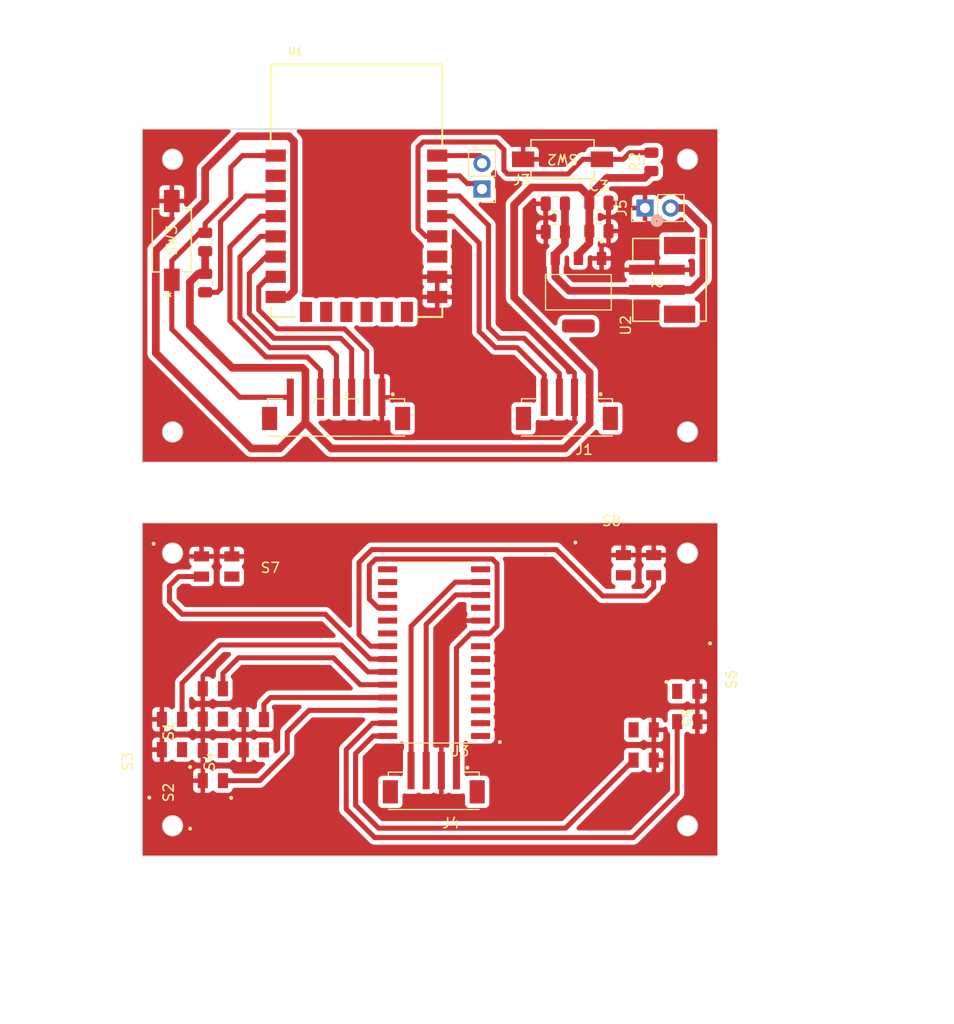
<source format=kicad_pcb>
(kicad_pcb (version 20221018) (generator pcbnew)
  (layers (0 "F.Cu" signal) (31 "B.Cu" signal) (34 "B.Paste" user) (35 "F.Paste" user) (36 "B.SilkS" user "B.Silkscreen") (37 "F.SilkS" user "F.Silkscreen") (38 "B.Mask" user) (39 "F.Mask" user) (44 "Edge.Cuts" user))
  (net 0 "")
  (net 1 "GND")
  (net 2 "VCC")
  (net 3 "/SCK_mcp")
  (net 4 "/SDA_mcp")
  (net 5 "Net-(J1-SHIELD-PadS1)")
  (net 6 "Net-(J3-Pin_1)")
  (net 7 "Net-(J3-Pin_2)")
  (net 8 "/boot")
  (net 9 "Net-(U1-EN)")
  (net 17 "/VIN")
  (net 18 "Net-(J4-SHIELD-PadS1)")
  (net 19 "/RST")
  (net 20 "/CS")
  (net 21 "/SCK_screen")
  (net 22 "/SDA_screen")
  (net 25 "/up")
  (net 26 "/down")
  (net 29 "/left")
  (net 30 "/right")
  (net 31 "/A")
  (net 32 "/B")
  (net 33 "/RL")
  (net 36 "/RR")
  (net 37 "/AO")
  (footprint "Capacitor_SMD:C_0805_2012Metric" (layer "F.Cu") (at 80.9098 32.4015)
    (fp_text reference "C2" hide)
    (fp_text value "C")
    (fp_line (start -0.261252 -0.735) (end 0.261252 -0.735) (stroke (width 0.12)) (layer "F.SilkS"))
    (fp_line (start -0.261252 0.735) (end 0.261252 0.735) (stroke (width 0.12)) (layer "F.SilkS"))
    (pad "1" smd roundrect (at -0.95 0) (size 1 1.45) (layers "F.Cu" "F.Paste" "F.Mask") (net 1 "GND"))
    (pad "2" smd roundrect (at 0.95 0) (size 1 1.45) (layers "F.Cu" "F.Paste" "F.Mask") (net 17 "/VIN"))
  )
  (footprint "esp_lib:JST_B4B-ZR-SM4-TFT_LF__SN_" (layer "F.Cu") (at 82.06 53.562 180)
    (fp_text reference "J1" (at -1.706 -3.2) (layer "F.SilkS"))
    (fp_text value "B4B-ZR-SM4-TFT_LF__SN_" hide)
    (fp_line (start -4.5 -1.85) (end 4.5 -1.85) (stroke (width 0.127)) (layer "F.SilkS"))
    (fp_line (start -4.5 1.4) (end -4.5 1.85) (stroke (width 0.127)) (layer "F.SilkS"))
    (fp_line (start -4.5 1.85) (end -3 1.85) (stroke (width 0.127)) (layer "F.SilkS"))
    (fp_line (start 4.5 1.4) (end 4.5 1.85) (stroke (width 0.127)) (layer "F.SilkS"))
    (fp_line (start 4.5 1.85) (end 3 1.85) (stroke (width 0.127)) (layer "F.SilkS"))
    (fp_circle (center -3.331 2.3) (end -3.231 2.3) (stroke (width 0.2)) (fill none) (layer "F.SilkS"))
    (pad "1" smd rect (at -2.25 2) (size 0.7 3.7) (layers "F.Cu" "F.Paste" "F.Mask") (net 2 "VCC"))
    (pad "2" smd rect (at -0.75 2) (size 0.7 3.7) (layers "F.Cu" "F.Paste" "F.Mask") (net 1 "GND"))
    (pad "3" smd rect (at 0.75 2) (size 0.7 3.7) (layers "F.Cu" "F.Paste" "F.Mask") (net 3 "/SCK_mcp"))
    (pad "4" smd rect (at 2.25 2) (size 0.7 3.7) (layers "F.Cu" "F.Paste" "F.Mask") (net 4 "/SDA_mcp"))
    (pad "S1" smd rect (at 4.3 -0.1) (size 1.5 2.3) (layers "F.Cu" "F.Paste" "F.Mask") (net 5 "Net-(J1-SHIELD-PadS1)"))
    (pad "S2" smd rect (at -4.3 -0.1) (size 1.5 2.3) (layers "F.Cu" "F.Paste" "F.Mask") (net 5 "Net-(J1-SHIELD-PadS1)"))
  )
  (footprint "esp_lib:switch" (layer "F.Cu") (at 42.942 84.963 90)
    (fp_text reference "S3" (at -2.675 -4.385 90) (layer "F.SilkS"))
    (fp_text value "left")
    (fp_circle (center -6.25 -2.25) (end -6.15 -2.25) (stroke (width 0.2)) (fill none) (layer "F.SilkS"))
    (pad "1" smd rect (at -1.5 -1 90) (size 1.5 1) (layers "F.Cu" "F.Paste" "F.Mask") (net 1 "GND"))
    (pad "2" smd rect (at -1.5 1 90) (size 1.5 1) (layers "F.Cu" "F.Paste" "F.Mask"))
    (pad "3" smd rect (at 1.5 -1 90) (size 1.5 1) (layers "F.Cu" "F.Paste" "F.Mask") (net 1 "GND"))
    (pad "4" smd rect (at 1.5 1 90) (size 1.5 1) (layers "F.Cu" "F.Paste" "F.Mask") (net 29 "/left"))
  )
  (footprint "esp_lib:B7B-ZR-SM4-TBLFSN_JST" (layer "F.Cu") (at 59.2332 51.8242 180)
    (fp_text reference "J6" hide)
    (fp_text value "B7B-ZR-SM4-TFT_LF__SN_")
    (fp_line (start -6.75 -3.596) (end 2.25 -3.596) (stroke (width 0.127)) (layer "F.SilkS"))
    (fp_line (start -6.75 -0.346) (end -6.75 0.104) (stroke (width 0.127)) (layer "F.SilkS"))
    (fp_line (start -6.75 0.104) (end -5.25 0.104) (stroke (width 0.127)) (layer "F.SilkS"))
    (fp_line (start -2.178 -3.596) (end 6.822 -3.596) (stroke (width 0.127)) (layer "F.SilkS"))
    (fp_line (start -2.178 -0.346) (end -2.178 0.104) (stroke (width 0.127)) (layer "F.SilkS"))
    (fp_line (start -2.178 0.104) (end -0.678 0.104) (stroke (width 0.127)) (layer "F.SilkS"))
    (fp_line (start 2.25 -0.346) (end 2.25 0.104) (stroke (width 0.127)) (layer "F.SilkS"))
    (fp_line (start 2.25 0.104) (end 0.75 0.104) (stroke (width 0.127)) (layer "F.SilkS"))
    (fp_line (start 6.822 -0.346) (end 6.822 0.104) (stroke (width 0.127)) (layer "F.SilkS"))
    (fp_line (start 6.822 0.104) (end 5.322 0.104) (stroke (width 0.127)) (layer "F.SilkS"))
    (fp_circle (center -5.581 0.554) (end -5.481 0.554) (stroke (width 0.2)) (fill none) (layer "F.SilkS"))
    (fp_circle (center -1.009 0.554) (end -0.909 0.554) (stroke (width 0.2)) (fill none) (layer "F.SilkS"))
    (pad "1" smd rect (at -4.5 0.254) (size 0.7 3.7) (layers "F.Cu" "F.Paste" "F.Mask") (net 1 "GND"))
    (pad "2" smd rect (at -3 0.254) (size 0.7 3.7) (layers "F.Cu" "F.Paste" "F.Mask") (net 21 "/SCK_screen"))
    (pad "3" smd rect (at -1.5 0.254) (size 0.7 3.7) (layers "F.Cu" "F.Paste" "F.Mask") (net 20 "/CS"))
    (pad "4" smd rect (at 0 0.254) (size 0.7 3.7) (layers "F.Cu" "F.Paste" "F.Mask") (net 22 "/SDA_screen"))
    (pad "5" smd rect (at 1.572 0.254) (size 0.7 3.7) (layers "F.Cu" "F.Paste" "F.Mask") (net 37 "/AO"))
    (pad "6" smd rect (at 3.072 0.254) (size 0.7 3.7) (layers "F.Cu" "F.Paste" "F.Mask") (net 2 "VCC"))
    (pad "7" smd rect (at 4.572 0.254) (size 0.7 3.7) (layers "F.Cu" "F.Paste" "F.Mask") (net 19 "/RST"))
    (pad "S1" smd rect (at 6.622 -1.846) (size 1.5 2.3) (layers "F.Cu" "F.Paste" "F.Mask"))
    (pad "S2" smd rect (at -6.55 -1.846) (size 1.5 2.3) (layers "F.Cu" "F.Paste" "F.Mask"))
  )
  (footprint "esp_lib:ESP-12F" (layer "F.Cu") (at 61.214 31.115)
    (fp_text reference "U1" (at -6.03654 -13.788698) (layer "F.SilkS") (effects (font (size 0.700469 0.700469))))
    (fp_text value "ESP-12F")
    (fp_line (start -8.5 -12.5) (end -8.5 -4.5) (stroke (width 0.2)) (layer "F.SilkS"))
    (fp_line (start -8.5 -12.5) (end 8.5 -12.5) (stroke (width 0.2)) (layer "F.SilkS"))
    (fp_line (start -8.5 11.5) (end -8.5 12.5) (stroke (width 0.2)) (layer "F.SilkS"))
    (fp_line (start -8.5 12.5) (end -6 12.5) (stroke (width 0.2)) (layer "F.SilkS"))
    (fp_line (start 8.5 -12.5) (end 8.5 -4.5) (stroke (width 0.2)) (layer "F.SilkS"))
    (fp_line (start 8.5 12.5) (end 6 12.5) (stroke (width 0.2)) (layer "F.SilkS"))
    (fp_line (start 8.5 12.5) (end 8.5 11.5) (stroke (width 0.2)) (layer "F.SilkS"))
    (pad "1" smd rect (at -8 -3.48) (size 2 1.2) (layers "F.Cu" "F.Paste" "F.Mask") (net 19 "/RST"))
    (pad "2" smd rect (at -8 -1.48) (size 2 1.2) (layers "F.Cu" "F.Paste" "F.Mask"))
    (pad "3" smd rect (at -8 0.52) (size 2 1.2) (layers "F.Cu" "F.Paste" "F.Mask") (net 9 "Net-(U1-EN)"))
    (pad "4" smd rect (at -8 2.52) (size 2 1.2) (layers "F.Cu" "F.Paste" "F.Mask") (net 37 "/AO"))
    (pad "5" smd rect (at -8 4.52) (size 2 1.2) (layers "F.Cu" "F.Paste" "F.Mask") (net 22 "/SDA_screen"))
    (pad "6" smd rect (at -8 6.52) (size 2 1.2) (layers "F.Cu" "F.Paste" "F.Mask") (net 20 "/CS"))
    (pad "7" smd rect (at -8 8.52) (size 2 1.2) (layers "F.Cu" "F.Paste" "F.Mask") (net 21 "/SCK_screen"))
    (pad "8" smd rect (at -8 10.52) (size 2 1.2) (layers "F.Cu" "F.Paste" "F.Mask") (net 2 "VCC"))
    (pad "9" smd rect (at -5 12 90) (size 2 1.2) (layers "F.Cu" "F.Paste" "F.Mask"))
    (pad "10" smd rect (at -3 12 90) (size 2 1.2) (layers "F.Cu" "F.Paste" "F.Mask"))
    (pad "11" smd rect (at -1 12 90) (size 2 1.2) (layers "F.Cu" "F.Paste" "F.Mask"))
    (pad "12" smd rect (at 1 12 90) (size 2 1.2) (layers "F.Cu" "F.Paste" "F.Mask"))
    (pad "13" smd rect (at 3 12 90) (size 2 1.2) (layers "F.Cu" "F.Paste" "F.Mask"))
    (pad "14" smd rect (at 5 12 90) (size 2 1.2) (layers "F.Cu" "F.Paste" "F.Mask"))
    (pad "15" smd rect (at 8 10.52) (size 2 1.2) (layers "F.Cu" "F.Paste" "F.Mask") (net 1 "GND"))
    (pad "16" smd rect (at 8 8.52) (size 2 1.2) (layers "F.Cu" "F.Paste" "F.Mask") (net 1 "GND"))
    (pad "17" smd rect (at 8 6.52) (size 2 1.2) (layers "F.Cu" "F.Paste" "F.Mask"))
    (pad "18" smd rect (at 8 4.52) (size 2 1.2) (layers "F.Cu" "F.Paste" "F.Mask") (net 8 "/boot"))
    (pad "19" smd rect (at 8 2.52) (size 2 1.2) (layers "F.Cu" "F.Paste" "F.Mask") (net 4 "/SDA_mcp"))
    (pad "20" smd rect (at 8 0.52) (size 2 1.2) (layers "F.Cu" "F.Paste" "F.Mask") (net 3 "/SCK_mcp"))
    (pad "21" smd rect (at 8 -1.48) (size 2 1.2) (layers "F.Cu" "F.Paste" "F.Mask") (net 6 "Net-(J3-Pin_1)"))
    (pad "22" smd rect (at 8 -3.48) (size 2 1.2) (layers "F.Cu" "F.Paste" "F.Mask") (net 7 "Net-(J3-Pin_2)"))
  )
  (footprint "esp_lib:RS-282G05A3-SM RT_CNK" (layer "F.Cu") (at 42.926 36.031698 90)
    (fp_text reference "SW3" (at 0 0 90 unlocked) (layer "F.SilkS"))
    (fp_text value "RS-282G05A3-SM RT")
    (fp_text user "*" (at -5.3866 0 90 unlocked) (layer "F.SilkS"))
    (fp_text user "*" (at -5.3866 0 90) (layer "F.SilkS"))
    (fp_line (start -3.1242 -1.9304) (end -3.1242 -1.10744) (stroke (width 0.1524)) (layer "F.SilkS"))
    (fp_line (start -3.1242 1.10744) (end -3.1242 1.9304) (stroke (width 0.1524)) (layer "F.SilkS"))
    (fp_line (start -3.1242 1.9304) (end 3.1242 1.9304) (stroke (width 0.1524)) (layer "F.SilkS"))
    (fp_line (start 3.1242 -1.9304) (end -3.1242 -1.9304) (stroke (width 0.1524)) (layer "F.SilkS"))
    (fp_line (start 3.1242 -1.10744) (end 3.1242 -1.9304) (stroke (width 0.1524)) (layer "F.SilkS"))
    (fp_line (start 3.1242 1.9304) (end 3.1242 1.10744) (stroke (width 0.1524)) (layer "F.SilkS"))
    (pad "1" smd rect (at -3.900698 0 90) (size 2.2098 1.5494) (layers "F.Cu" "F.Paste" "F.Mask") (net 19 "/RST"))
    (pad "2" smd rect (at 3.900698 0 90) (size 2.2098 1.5494) (layers "F.Cu" "F.Paste" "F.Mask") (net 1 "GND"))
  )
  (footprint "esp_lib:switch" (layer "F.Cu") (at 89.154 68.199)
    (fp_text reference "S8" (at -2.675 -4.385) (layer "F.SilkS"))
    (fp_text value "RR")
    (fp_circle (center -6.25 -2.25) (end -6.15 -2.25) (stroke (width 0.2)) (fill none) (layer "F.SilkS"))
    (pad "1" smd rect (at -1.5 -1) (size 1.5 1) (layers "F.Cu" "F.Paste" "F.Mask") (net 1 "GND"))
    (pad "2" smd rect (at -1.5 1) (size 1.5 1) (layers "F.Cu" "F.Paste" "F.Mask"))
    (pad "3" smd rect (at 1.5 -1) (size 1.5 1) (layers "F.Cu" "F.Paste" "F.Mask") (net 1 "GND"))
    (pad "4" smd rect (at 1.5 1) (size 1.5 1) (layers "F.Cu" "F.Paste" "F.Mask") (net 36 "/RR"))
  )
  (footprint "esp_lib:switch" (layer "F.Cu") (at 46.99 88.035 90)
    (fp_text reference "S2" (at -2.675 -4.385 90) (layer "F.SilkS"))
    (fp_text value "down")
    (fp_circle (center -6.25 -2.25) (end -6.15 -2.25) (stroke (width 0.2)) (fill none) (layer "F.SilkS"))
    (pad "1" smd rect (at -1.5 -1 90) (size 1.5 1) (layers "F.Cu" "F.Paste" "F.Mask") (net 1 "GND"))
    (pad "2" smd rect (at -1.5 1 90) (size 1.5 1) (layers "F.Cu" "F.Paste" "F.Mask") (net 26 "/down"))
    (pad "3" smd rect (at 1.5 -1 90) (size 1.5 1) (layers "F.Cu" "F.Paste" "F.Mask") (net 1 "GND"))
    (pad "4" smd rect (at 1.5 1 90) (size 1.5 1) (layers "F.Cu" "F.Paste" "F.Mask"))
  )
  (footprint "Resistor_SMD:R_0805_2012Metric" (layer "F.Cu") (at 90.424 28.256 90)
    (fp_text reference "R2" (at 0 -1.65 90) (layer "F.SilkS"))
    (fp_text value "R")
    (fp_line (start -0.227064 -0.735) (end 0.227064 -0.735) (stroke (width 0.12)) (layer "F.SilkS"))
    (fp_line (start -0.227064 0.735) (end 0.227064 0.735) (stroke (width 0.12)) (layer "F.SilkS"))
    (pad "1" smd roundrect (at -0.9125 0 90) (size 1.025 1.4) (layers "F.Cu" "F.Paste" "F.Mask") (roundrect_rratio 0.243902439) (net 2 "VCC"))
    (pad "2" smd roundrect (at 0.9125 0 90) (size 1.025 1.4) (layers "F.Cu" "F.Paste" "F.Mask") (roundrect_rratio 0.243902439) (net 8 "/boot"))
  )
  (footprint "Connector_PinHeader_2.54mm:PinHeader_1x02_P2.54mm_Vertical" (layer "F.Cu") (at 89.7948 32.828 90)
    (fp_text reference "J5" (at 0 -2.33 90) (layer "F.SilkS"))
    (fp_text value "Conn_01x02_Pin")
    (fp_line (start -1.33 -1.33) (end 0 -1.33) (stroke (width 0.12)) (layer "F.SilkS"))
    (fp_line (start -1.33 0) (end -1.33 -1.33) (stroke (width 0.12)) (layer "F.SilkS"))
    (fp_line (start -1.33 1.27) (end -1.33 3.87) (stroke (width 0.12)) (layer "F.SilkS"))
    (fp_line (start -1.33 1.27) (end 1.33 1.27) (stroke (width 0.12)) (layer "F.SilkS"))
    (fp_line (start -1.33 3.87) (end 1.33 3.87) (stroke (width 0.12)) (layer "F.SilkS"))
    (fp_line (start 1.33 1.27) (end 1.33 3.87) (stroke (width 0.12)) (layer "F.SilkS"))
    (pad "1" thru_hole rect (at 0 0 90) (size 1.7 1.7) (drill 1) (layers "*.Cu" "*.Mask") (net 1 "GND"))
    (pad "2" thru_hole oval (at 0 2.54 90) (size 1.7 1.7) (drill 1) (layers "*.Cu" "*.Mask") (net 17 "/VIN"))
  )
  (footprint "Resistor_SMD:R_0805_2012Metric" (layer "F.Cu") (at 46.228 36.195 -90)
    (fp_text reference "R1" hide)
    (fp_text value "R" hide)
    (fp_line (start -0.227064 -0.735) (end 0.227064 -0.735) (stroke (width 0.12)) (layer "F.SilkS"))
    (fp_line (start -0.227064 0.735) (end 0.227064 0.735) (stroke (width 0.12)) (layer "F.SilkS"))
    (pad "1" smd roundrect (at -0.9125 0 270) (size 1.025 1.4) (layers "F.Cu" "F.Paste" "F.Mask") (roundrect_rratio 0.243902439) (net 19 "/RST"))
    (pad "2" smd roundrect (at 0.9125 0 270) (size 1.025 1.4) (layers "F.Cu" "F.Paste" "F.Mask") (roundrect_rratio 0.243902439) (net 2 "VCC"))
  )
  (footprint "esp_lib:MCP23017" (layer "F.Cu") (at 68.9045 76.859 180)
    (fp_text reference "U3" (at -2.475 -9.762) (layer "F.SilkS"))
    (fp_text value "MCP23017-E_SO")
    (fp_line (start -3.75 -8.95) (end 3.75 -8.95) (stroke (width 0.127)) (layer "F.SilkS"))
    (fp_line (start -3.75 8.95) (end 3.75 8.95) (stroke (width 0.127)) (layer "F.SilkS"))
    (fp_circle (center -6.505 -8.855) (end -6.405 -8.855) (stroke (width 0.2)) (fill none) (layer "F.SilkS"))
    (pad "1" smd roundrect (at -4.605 -8.255 180) (size 1.9 0.6) (layers "F.Cu" "F.Paste" "F.Mask") (roundrect_rratio 0.125))
    (pad "2" smd roundrect (at -4.605 -6.985 180) (size 1.9 0.6) (layers "F.Cu" "F.Paste" "F.Mask") (roundrect_rratio 0.125))
    (pad "3" smd roundrect (at -4.605 -5.715 180) (size 1.9 0.6) (layers "F.Cu" "F.Paste" "F.Mask") (roundrect_rratio 0.125))
    (pad "4" smd roundrect (at -4.605 -4.445 180) (size 1.9 0.6) (layers "F.Cu" "F.Paste" "F.Mask") (roundrect_rratio 0.125))
    (pad "5" smd roundrect (at -4.605 -3.175 180) (size 1.9 0.6) (layers "F.Cu" "F.Paste" "F.Mask") (roundrect_rratio 0.125))
    (pad "6" smd roundrect (at -4.605 -1.905 180) (size 1.9 0.6) (layers "F.Cu" "F.Paste" "F.Mask") (roundrect_rratio 0.125))
    (pad "7" smd roundrect (at -4.605 -0.635 180) (size 1.9 0.6) (layers "F.Cu" "F.Paste" "F.Mask") (roundrect_rratio 0.125))
    (pad "8" smd roundrect (at -4.605 0.635 180) (size 1.9 0.6) (layers "F.Cu" "F.Paste" "F.Mask") (roundrect_rratio 0.125))
    (pad "9" smd roundrect (at -4.605 1.905 180) (size 1.9 0.6) (layers "F.Cu" "F.Paste" "F.Mask") (roundrect_rratio 0.125) (net 2 "VCC"))
    (pad "10" smd roundrect (at -4.605 3.175 180) (size 1.9 0.6) (layers "F.Cu" "F.Paste" "F.Mask") (roundrect_rratio 0.125) (net 1 "GND"))
    (pad "11" smd roundrect (at -4.605 4.445 180) (size 1.9 0.6) (layers "F.Cu" "F.Paste" "F.Mask") (roundrect_rratio 0.125))
    (pad "12" smd roundrect (at -4.605 5.715 180) (size 1.9 0.6) (layers "F.Cu" "F.Paste" "F.Mask") (roundrect_rratio 0.125) (net 3 "/SCK_mcp"))
    (pad "13" smd roundrect (at -4.605 6.985 180) (size 1.9 0.6) (layers "F.Cu" "F.Paste" "F.Mask") (roundrect_rratio 0.125) (net 4 "/SDA_mcp"))
    (pad "14" smd roundrect (at -4.605 8.255 180) (size 1.9 0.6) (layers "F.Cu" "F.Paste" "F.Mask") (roundrect_rratio 0.125))
    (pad "15" smd roundrect (at 4.605 8.255 180) (size 1.9 0.6) (layers "F.Cu" "F.Paste" "F.Mask") (roundrect_rratio 0.125))
    (pad "16" smd roundrect (at 4.605 6.985 180) (size 1.9 0.6) (layers "F.Cu" "F.Paste" "F.Mask") (roundrect_rratio 0.125))
    (pad "17" smd roundrect (at 4.605 5.715 180) (size 1.9 0.6) (layers "F.Cu" "F.Paste" "F.Mask") (roundrect_rratio 0.125))
    (pad "18" smd roundrect (at 4.605 4.445 180) (size 1.9 0.6) (layers "F.Cu" "F.Paste" "F.Mask") (roundrect_rratio 0.125) (net 2 "VCC"))
    (pad "19" smd roundrect (at 4.605 3.175 180) (size 1.9 0.6) (layers "F.Cu" "F.Paste" "F.Mask") (roundrect_rratio 0.125))
    (pad "20" smd roundrect (at 4.605 1.905 180) (size 1.9 0.6) (layers "F.Cu" "F.Paste" "F.Mask") (roundrect_rratio 0.125))
    (pad "21" smd roundrect (at 4.605 0.635 180) (size 1.9 0.6) (layers "F.Cu" "F.Paste" "F.Mask") (roundrect_rratio 0.125) (net 36 "/RR"))
    (pad "22" smd roundrect (at 4.605 -0.635 180) (size 1.9 0.6) (layers "F.Cu" "F.Paste" "F.Mask") (roundrect_rratio 0.125) (net 33 "/RL"))
    (pad "23" smd roundrect (at 4.605 -1.905 180) (size 1.9 0.6) (layers "F.Cu" "F.Paste" "F.Mask") (roundrect_rratio 0.125) (net 29 "/left"))
    (pad "24" smd roundrect (at 4.605 -3.175 180) (size 1.9 0.6) (layers "F.Cu" "F.Paste" "F.Mask") (roundrect_rratio 0.125) (net 25 "/up"))
    (pad "25" smd roundrect (at 4.605 -4.445 180) (size 1.9 0.6) (layers "F.Cu" "F.Paste" "F.Mask") (roundrect_rratio 0.125) (net 30 "/right"))
    (pad "26" smd roundrect (at 4.605 -5.715 180) (size 1.9 0.6) (layers "F.Cu" "F.Paste" "F.Mask") (roundrect_rratio 0.125) (net 26 "/down"))
    (pad "27" smd roundrect (at 4.605 -6.985 180) (size 1.9 0.6) (layers "F.Cu" "F.Paste" "F.Mask") (roundrect_rratio 0.125) (net 32 "/B"))
    (pad "28" smd roundrect (at 4.605 -8.255 180) (size 1.9 0.6) (layers "F.Cu" "F.Paste" "F.Mask") (roundrect_rratio 0.125) (net 31 "/A"))
  )
  (footprint "Capacitor_SMD:C_0805_2012Metric" (layer "F.Cu") (at 85.2278 32.32)
    (fp_text reference "C3" (at 0 -1.68) (layer "F.SilkS"))
    (fp_text value "C")
    (fp_line (start -0.261252 -0.735) (end 0.261252 -0.735) (stroke (width 0.12)) (layer "F.SilkS"))
    (fp_line (start -0.261252 0.735) (end 0.261252 0.735) (stroke (width 0.12)) (layer "F.SilkS"))
    (pad "1" smd roundrect (at -0.95 0) (size 1 1.45) (layers "F.Cu" "F.Paste" "F.Mask") (net 2 "VCC"))
    (pad "2" smd roundrect (at 0.95 0) (size 1 1.45) (layers "F.Cu" "F.Paste" "F.Mask") (net 1 "GND"))
  )
  (footprint "esp_lib:switch" (layer "F.Cu") (at 51.054 84.987 90)
    (fp_text reference "S4" (at -2.675 -4.385 90) (layer "F.SilkS"))
    (fp_text value "right")
    (fp_circle (center -6.25 -2.25) (end -6.15 -2.25) (stroke (width 0.2)) (fill none) (layer "F.SilkS"))
    (pad "1" smd rect (at -1.5 -1 90) (size 1.5 1) (layers "F.Cu" "F.Paste" "F.Mask") (net 1 "GND"))
    (pad "2" smd rect (at -1.5 1 90) (size 1.5 1) (layers "F.Cu" "F.Paste" "F.Mask"))
    (pad "3" smd rect (at 1.5 -1 90) (size 1.5 1) (layers "F.Cu" "F.Paste" "F.Mask") (net 1 "GND"))
    (pad "4" smd rect (at 1.5 1 90) (size 1.5 1) (layers "F.Cu" "F.Paste" "F.Mask") (net 30 "/right"))
  )
  (footprint "esp_lib:SOT229P700X180-4N" (layer "F.Cu") (at 83.1958 41.1645 -90)
    (fp_text reference "U2" (at 3.2755 -4.695 90) (layer "F.SilkS"))
    (fp_text value "AMS1117-3.3" hide)
    (fp_line (start -1.7525 -3.2525) (end 1.7525 -3.2525) (stroke (width 0.127)) (layer "F.SilkS"))
    (fp_line (start -1.7525 3.2525) (end -1.7525 -3.2525) (stroke (width 0.127)) (layer "F.SilkS"))
    (fp_line (start 1.7525 -3.2525) (end 1.7525 3.2525) (stroke (width 0.127)) (layer "F.SilkS"))
    (fp_line (start 1.7525 3.2525) (end -1.7525 3.2525) (stroke (width 0.127)) (layer "F.SilkS"))
    (fp_circle (center -5 -2.29) (end -4.9 -2.29) (stroke (width 0.2)) (fill none) (layer "F.SilkS"))
    (pad "1" smd roundrect (at -3.345 -2.29 270) (size 1.31 0.93) (layers "F.Cu" "F.Paste" "F.Mask") (roundrect_rratio 0.07) (net 1 "GND"))
    (pad "2" smd roundrect (at -3.345 0 270) (size 1.31 0.93) (layers "F.Cu" "F.Paste" "F.Mask") (roundrect_rratio 0.07) (net 2 "VCC"))
    (pad "3" smd roundrect (at -3.345 2.29 270) (size 1.31 0.93) (layers "F.Cu" "F.Paste" "F.Mask") (roundrect_rratio 0.07) (net 17 "/VIN"))
    (pad "4" smd roundrect (at 3.345 0 270) (size 1.31 3.24) (layers "F.Cu" "F.Paste" "F.Mask") (roundrect_rratio 0.24))
  )
  (footprint "esp_lib:switch" (layer "F.Cu") (at 89.662 86.003 -90)
    (fp_text reference "S5" (at -2.675 -4.385 90) (layer "F.SilkS"))
    (fp_text value "A")
    (fp_circle (center -6.25 -2.25) (end -6.15 -2.25) (stroke (width 0.2)) (fill none) (layer "F.SilkS"))
    (pad "1" smd rect (at -1.5 -1 270) (size 1.5 1) (layers "F.Cu" "F.Paste" "F.Mask") (net 1 "GND"))
    (pad "2" smd rect (at -1.5 1 270) (size 1.5 1) (layers "F.Cu" "F.Paste" "F.Mask"))
    (pad "3" smd rect (at 1.5 -1 270) (size 1.5 1) (layers "F.Cu" "F.Paste" "F.Mask") (net 1 "GND"))
    (pad "4" smd rect (at 1.5 1 270) (size 1.5 1) (layers "F.Cu" "F.Paste" "F.Mask") (net 31 "/A"))
  )
  (footprint "esp_lib:switch" (layer "F.Cu") (at 93.98 82.193 -90)
    (fp_text reference "S6" (at -2.675 -4.385 90) (layer "F.SilkS"))
    (fp_text value "B")
    (fp_circle (center -6.25 -2.25) (end -6.15 -2.25) (stroke (width 0.2)) (fill none) (layer "F.SilkS"))
    (pad "1" smd rect (at -1.5 -1 270) (size 1.5 1) (layers "F.Cu" "F.Paste" "F.Mask") (net 1 "GND"))
    (pad "2" smd rect (at -1.5 1 270) (size 1.5 1) (layers "F.Cu" "F.Paste" "F.Mask"))
    (pad "3" smd rect (at 1.5 -1 270) (size 1.5 1) (layers "F.Cu" "F.Paste" "F.Mask") (net 1 "GND"))
    (pad "4" smd rect (at 1.5 1 270) (size 1.5 1) (layers "F.Cu" "F.Paste" "F.Mask") (net 32 "/B"))
  )
  (footprint "Capacitor_SMD:C_0805_2012Metric" (layer "F.Cu") (at 85.2278 35.114)
    (fp_text reference "C4" hide)
    (fp_text value "C")
    (fp_line (start -0.261252 -0.735) (end 0.261252 -0.735) (stroke (width 0.12)) (layer "F.SilkS"))
    (fp_line (start -0.261252 0.735) (end 0.261252 0.735) (stroke (width 0.12)) (layer "F.SilkS"))
    (pad "1" smd roundrect (at -0.95 0) (size 1 1.45) (layers "F.Cu" "F.Paste" "F.Mask") (net 2 "VCC"))
    (pad "2" smd roundrect (at 0.95 0) (size 1 1.45) (layers "F.Cu" "F.Paste" "F.Mask") (net 1 "GND"))
  )
  (footprint "esp_lib:B2B-PH-SM4-TBLFSN_JST" (layer "F.Cu") (at 92.2128 39.94 -90)
    (fp_text reference "J2" (at 0 1.244801 -90 unlocked) (layer "F.SilkS"))
    (fp_text value "B2B-PH-SM4-TBLFSN")
    (fp_circle (center -5.8801 1.244801) (end -5.4991 1.244801) (stroke (width 0.508)) (fill none) (layer "B.SilkS"))
    (fp_line (start -4.1021 -3.6322) (end -4.1021 -2.88734) (stroke (width 0.1524)) (layer "F.SilkS"))
    (fp_line (start -4.1021 0.87694) (end -4.1021 3.6322) (stroke (width 0.1524)) (layer "F.SilkS"))
    (fp_line (start -4.1021 3.6322) (end -1.828041 3.6322) (stroke (width 0.1524)) (layer "F.SilkS"))
    (fp_line (start -0.171961 3.6322) (end 0.171961 3.6322) (stroke (width 0.1524)) (layer "F.SilkS"))
    (fp_line (start 1.828041 3.6322) (end 4.1021 3.6322) (stroke (width 0.1524)) (layer "F.SilkS"))
    (fp_line (start 4.1021 -3.6322) (end -4.1021 -3.6322) (stroke (width 0.1524)) (layer "F.SilkS"))
    (fp_line (start 4.1021 -2.88734) (end 4.1021 -3.6322) (stroke (width 0.1524)) (layer "F.SilkS"))
    (fp_line (start 4.1021 3.6322) (end 4.1021 0.87694) (stroke (width 0.1524)) (layer "F.SilkS"))
    (fp_circle (center -5.8801 1.244801) (end -5.4991 1.244801) (stroke (width 0.508)) (fill none) (layer "F.SilkS"))
    (pad "1" smd rect (at -1.000001 1.244801 270) (size 0.9906 5.5118) (layers "F.Cu" "F.Paste" "F.Mask") (net 1 "GND"))
    (pad "2" smd rect (at 1.000001 1.244801 270) (size 0.9906 5.5118) (layers "F.Cu" "F.Paste" "F.Mask") (net 17 "/VIN"))
    (pad "3" smd rect (at -3.399998 -1.0052) (size 3.0988 1.7018) (layers "F.Cu" "F.Paste" "F.Mask"))
    (pad "4" smd rect (at 3.399998 -1.0052) (size 3.0988 1.7018) (layers "F.Cu" "F.Paste" "F.Mask"))
  )
  (footprint "esp_lib:switch" (layer "F.Cu") (at 46.99 81.939 90)
    (fp_text reference "S1" (at -2.675 -4.385 90) (layer "F.SilkS"))
    (fp_text value "up")
    (fp_circle (center -6.25 -2.25) (end -6.15 -2.25) (stroke (width 0.2)) (fill none) (layer "F.SilkS"))
    (pad "1" smd rect (at -1.5 -1 90) (size 1.5 1) (layers "F.Cu" "F.Paste" "F.Mask") (net 1 "GND"))
    (pad "2" smd rect (at -1.5 1 90) (size 1.5 1) (layers "F.Cu" "F.Paste" "F.Mask"))
    (pad "3" smd rect (at 1.5 -1 90) (size 1.5 1) (layers "F.Cu" "F.Paste" "F.Mask") (net 1 "GND"))
    (pad "4" smd rect (at 1.5 1 90) (size 1.5 1) (layers "F.Cu" "F.Paste" "F.Mask") (net 25 "/up"))
  )
  (footprint "Capacitor_SMD:C_0805_2012Metric" (layer "F.Cu") (at 80.9098 35.1955)
    (fp_text reference "C1" hide)
    (fp_text value "C")
    (fp_line (start -0.261252 -0.735) (end 0.261252 -0.735) (stroke (width 0.12)) (layer "F.SilkS"))
    (fp_line (start -0.261252 0.735) (end 0.261252 0.735) (stroke (width 0.12)) (layer "F.SilkS"))
    (pad "1" smd roundrect (at -0.95 0) (size 1 1.45) (layers "F.Cu" "F.Paste" "F.Mask") (net 1 "GND"))
    (pad "2" smd roundrect (at 0.95 0) (size 1 1.45) (layers "F.Cu" "F.Paste" "F.Mask") (net 17 "/VIN"))
  )
  (footprint "Resistor_SMD:R_0805_2012Metric" (layer "F.Cu") (at 46.228 40.259 90)
    (fp_text reference "R4" hide)
    (fp_text value "R" hide)
    (fp_line (start -0.227064 -0.735) (end 0.227064 -0.735) (stroke (width 0.12)) (layer "F.SilkS"))
    (fp_line (start -0.227064 0.735) (end 0.227064 0.735) (stroke (width 0.12)) (layer "F.SilkS"))
    (pad "1" smd roundrect (at -0.9125 0 90) (size 1.025 1.4) (layers "F.Cu" "F.Paste" "F.Mask") (roundrect_rratio 0.243902439) (net 9 "Net-(U1-EN)"))
    (pad "2" smd roundrect (at 0.9125 0 90) (size 1.025 1.4) (layers "F.Cu" "F.Paste" "F.Mask") (roundrect_rratio 0.243902439) (net 2 "VCC"))
  )
  (footprint "esp_lib:RS-282G05A3-SM RT_CNK" (layer "F.Cu") (at 81.624698 28.002 180)
    (fp_text reference "SW2" (at 0 0 180 unlocked) (layer "F.SilkS"))
    (fp_text value "RS-282G05A3-SM RT")
    (fp_line (start -3.1242 -1.9304) (end -3.1242 -1.10744) (stroke (width 0.1524)) (layer "F.SilkS"))
    (fp_line (start -3.1242 1.10744) (end -3.1242 1.9304) (stroke (width 0.1524)) (layer "F.SilkS"))
    (fp_line (start -3.1242 1.9304) (end 3.1242 1.9304) (stroke (width 0.1524)) (layer "F.SilkS"))
    (fp_line (start 3.1242 -1.9304) (end -3.1242 -1.9304) (stroke (width 0.1524)) (layer "F.SilkS"))
    (fp_line (start 3.1242 -1.10744) (end 3.1242 -1.9304) (stroke (width 0.1524)) (layer "F.SilkS"))
    (fp_line (start 3.1242 1.9304) (end 3.1242 1.10744) (stroke (width 0.1524)) (layer "F.SilkS"))
    (pad "1" smd rect (at -3.900698 0 180) (size 2.2098 1.5494) (layers "F.Cu" "F.Paste" "F.Mask") (net 8 "/boot"))
    (pad "2" smd rect (at 3.900698 0 180) (size 2.2098 1.5494) (layers "F.Cu" "F.Paste" "F.Mask") (net 1 "GND"))
  )
  (footprint "esp_lib:JST_B4B-ZR-SM4-TFT_LF__SN_" (layer "F.Cu") (at 68.87 90.543 180)
    (fp_text reference "J4" (at -1.706 -3.2) (layer "F.SilkS"))
    (fp_text value "B4B-ZR-SM4-TFT_LF__SN_" hide)
    (fp_line (start -4.5 -1.85) (end 4.5 -1.85) (stroke (width 0.127)) (layer "F.SilkS"))
    (fp_line (start -4.5 1.4) (end -4.5 1.85) (stroke (width 0.127)) (layer "F.SilkS"))
    (fp_line (start -4.5 1.85) (end -3 1.85) (stroke (width 0.127)) (layer "F.SilkS"))
    (fp_line (start 4.5 1.4) (end 4.5 1.85) (stroke (width 0.127)) (layer "F.SilkS"))
    (fp_line (start 4.5 1.85) (end 3 1.85) (stroke (width 0.127)) (layer "F.SilkS"))
    (fp_circle (center -3.331 2.3) (end -3.231 2.3) (stroke (width 0.2)) (fill none) (layer "F.SilkS"))
    (pad "1" smd rect (at -2.25 2) (size 0.7 3.7) (layers "F.Cu" "F.Paste" "F.Mask") (net 2 "VCC"))
    (pad "2" smd rect (at -0.75 2) (size 0.7 3.7) (layers "F.Cu" "F.Paste" "F.Mask") (net 1 "GND"))
    (pad "3" smd rect (at 0.75 2) (size 0.7 3.7) (layers "F.Cu" "F.Paste" "F.Mask") (net 3 "/SCK_mcp"))
    (pad "4" smd rect (at 2.25 2) (size 0.7 3.7) (layers "F.Cu" "F.Paste" "F.Mask") (net 4 "/SDA_mcp"))
    (pad "S1" smd rect (at 4.3 -0.1) (size 1.5 2.3) (layers "F.Cu" "F.Paste" "F.Mask") (net 18 "Net-(J4-SHIELD-PadS1)"))
    (pad "S2" smd rect (at -4.3 -0.1) (size 1.5 2.3) (layers "F.Cu" "F.Paste" "F.Mask") (net 18 "Net-(J4-SHIELD-PadS1)"))
  )
  (footprint "Connector_PinHeader_2.54mm:PinHeader_1x02_P2.54mm_Vertical" (layer "F.Cu") (at 73.647968 30.944 180)
    (fp_text reference "J3" (at -3.937 0.889 180) (layer "F.SilkS"))
    (fp_text value "Conn_01x02_Pin" hide)
    (fp_line (start -1.33 -1.33) (end 0 -1.33) (stroke (width 0.12)) (layer "F.SilkS"))
    (fp_line (start -1.33 0) (end -1.33 -1.33) (stroke (width 0.12)) (layer "F.SilkS"))
    (fp_line (start -1.33 1.27) (end -1.33 3.87) (stroke (width 0.12)) (layer "F.SilkS"))
    (fp_line (start -1.33 1.27) (end 1.33 1.27) (stroke (width 0.12)) (layer "F.SilkS"))
    (fp_line (start -1.33 3.87) (end 1.33 3.87) (stroke (width 0.12)) (layer "F.SilkS"))
    (fp_line (start 1.33 1.27) (end 1.33 3.87) (stroke (width 0.12)) (layer "F.SilkS"))
    (pad "1" thru_hole rect (at 0 0 180) (size 1.7 1.7) (drill 1) (layers "*.Cu" "*.Mask") (net 6 "Net-(J3-Pin_1)"))
    (pad "2" thru_hole oval (at 0 2.54 180) (size 1.7 1.7) (drill 1) (layers "*.Cu" "*.Mask") (net 7 "Net-(J3-Pin_2)"))
  )
  (footprint "esp_lib:switch" (layer "F.Cu") (at 47.371 68.326)
    (fp_text reference "S7" (at 5.31 0.129) (layer "F.SilkS"))
    (fp_text value "RL")
    (fp_circle (center -6.25 -2.25) (end -6.15 -2.25) (stroke (width 0.2)) (fill none) (layer "F.SilkS"))
    (pad "1" smd rect (at -1.5 -1) (size 1.5 1) (layers "F.Cu" "F.Paste" "F.Mask") (net 1 "GND"))
    (pad "2" smd rect (at -1.5 1) (size 1.5 1) (layers "F.Cu" "F.Paste" "F.Mask") (net 33 "/RL"))
    (pad "3" smd rect (at 1.5 -1) (size 1.5 1) (layers "F.Cu" "F.Paste" "F.Mask") (net 1 "GND"))
    (pad "4" smd rect (at 1.5 1) (size 1.5 1) (layers "F.Cu" "F.Paste" "F.Mask"))
  )
  (gr_circle (center 94 67) (end 95 67) (stroke (width 0.1)) (fill none) (layer "Edge.Cuts"))
  (gr_circle (center 43 28) (end 44 28) (stroke (width 0.1)) (fill none) (layer "Edge.Cuts"))
  (gr_rect (start 40 64) (end 97 97) (stroke (width 0.1)) (fill none) (layer "Edge.Cuts"))
  (gr_circle (center 94 55) (end 95 55) (stroke (width 0.1)) (fill none) (layer "Edge.Cuts"))
  (gr_circle (center 94 94) (end 95 94) (stroke (width 0.1)) (fill none) (layer "Edge.Cuts"))
  (gr_circle (center 43 94) (end 44 94) (stroke (width 0.1)) (fill none) (layer "Edge.Cuts"))
  (gr_circle (center 43 67) (end 44 67) (stroke (width 0.1)) (fill none) (layer "Edge.Cuts"))
  (gr_circle (center 94 28) (end 95 28) (stroke (width 0.1)) (fill none) (layer "Edge.Cuts"))
  (gr_circle (center 43 55) (end 44 55) (stroke (width 0.1)) (fill none) (layer "Edge.Cuts"))
  (gr_rect (start 40 25) (end 97 58) (stroke (width 0.1)) (fill none) (layer "Edge.Cuts"))
  (segment (start 79.9598 32.4015) (end 79.9598 35.1955) (width 0.5) (layer "F.Cu") (net 1))
  (segment (start 86.1778 32.32) (end 86.1778 35.114) (width 0.5) (layer "F.Cu") (net 1))
  (segment (start 46.228 37.3615) (end 46.228 39.0925) (width 0.762) (layer "F.Cu") (net 2))
  (segment (start 84.2778 31.6998) (end 83.374 30.796) (width 0.762) (layer "F.Cu") (net 2))
  (segment (start 84.31 49.131) (end 84.31 51.24) (width 0.762) (layer "F.Cu") (net 2))
  (segment (start 46.228 32.131) (end 41.3403 37.0187) (width 0.762) (layer "F.Cu") (net 2))
  (segment (start 86.0278 29.845) (end 89.7475 29.845) (width 0.762) (layer "F.Cu") (net 2))
  (segment (start 71.12 76.393501) (end 71.12 88.543) (width 0.5) (layer "F.Cu") (net 2))
  (segment (start 50.8 56.642) (end 53.594 56.642) (width 0.762) (layer "F.Cu") (net 2))
  (segment (start 74.40931 74.954) (end 73.5095 74.954) (width 0.5) (layer "F.Cu") (net 2))
  (segment (start 46.228 39.3465) (end 45.528 39.3465) (width 0.762) (layer "F.Cu") (net 2))
  (segment (start 58.7284 56.642) (end 81.842 56.642) (width 0.762) (layer "F.Cu") (net 2))
  (segment (start 56.1612 54.0748) (end 56.1612 51.5702) (width 0.762) (layer "F.Cu") (net 2))
  (segment (start 74.66331 67.588) (end 75.1395 68.06419) (width 0.5) (layer "F.Cu") (net 2))
  (segment (start 84.2778 36.318) (end 84.2778 35.114) (width 0.762) (layer "F.Cu") (net 2))
  (segment (start 56.1612 54.0748) (end 58.7284 56.642) (width 0.762) (layer "F.Cu") (net 2))
  (segment (start 84.31 54.174) (end 84.31 51.562) (width 0.762) (layer "F.Cu") (net 2))
  (segment (start 89.7475 29.845) (end 90.424 29.1685) (width 0.762) (layer "F.Cu") (net 2))
  (segment (start 46.482 37.1075) (end 46.228 37.3615) (width 0.762) (layer "F.Cu") (net 2))
  (segment (start 44.717 44.463) (end 48.9 48.646) (width 0.762) (layer "F.Cu") (net 2))
  (segment (start 83.1958 37.4) (end 84.2778 36.318) (width 0.762) (layer "F.Cu") (net 2))
  (segment (start 44.717 40.1575) (end 44.717 44.463) (width 0.762) (layer "F.Cu") (net 2))
  (segment (start 83.1958 37.8195) (end 83.1958 37.4) (width 0.762) (layer "F.Cu") (net 2))
  (segment (start 48.9 48.646) (end 55.849 48.646) (width 0.762) (layer "F.Cu") (net 2))
  (segment (start 53.594 56.642) (end 56.1612 54.0748) (width 0.762) (layer "F.Cu") (net 2))
  (segment (start 75.1395 74.22381) (end 74.40931 74.954) (width 0.5) (layer "F.Cu") (net 2))
  (segment (start 78.551 30.796) (end 76.835 32.512) (width 0.762) (layer "F.Cu") (net 2))
  (segment (start 63.119 67.588) (end 74.66331 67.588) (width 0.5) (layer "F.Cu") (net 2))
  (segment (start 54.517 25.716) (end 49.53 25.716) (width 0.762) (layer "F.Cu") (net 2))
  (segment (start 75.1395 68.06419) (end 75.1395 74.22381) (width 0.5) (layer "F.Cu") (net 2))
  (segment (start 73.5095 74.954) (end 72.559501 74.954) (width 0.5) (layer "F.Cu") (net 2))
  (segment (start 84.2778 32.32) (end 84.2778 31.6998) (width 0.762) (layer "F.Cu") (net 2))
  (segment (start 46.228 29.018) (end 46.228 32.131) (width 0.762) (layer "F.Cu") (net 2))
  (segment (start 84.2778 32.32) (end 84.2778 31.595) (width 0.762) (layer "F.Cu") (net 2))
  (segment (start 62.484 68.223) (end 63.119 67.588) (width 0.5) (layer "F.Cu") (net 2))
  (segment (start 54.436 41.635) (end 55.025 41.046) (width 0.762) (layer "F.Cu") (net 2))
  (segment (start 76.835 32.512) (end 76.835 41.656) (width 0.762) (layer "F.Cu") (net 2))
  (segment (start 84.2778 31.595) (end 86.0278 29.845) (width 0.762) (layer "F.Cu") (net 2))
  (segment (start 55.849 48.646) (end 56.1612 48.9582) (width 0.762) (layer "F.Cu") (net 2))
  (segment (start 45.528 39.3465) (end 44.717 40.1575) (width 0.762) (layer "F.Cu") (net 2))
  (segment (start 56.1612 48.9582) (end 56.1612 51.5702) (width 0.762) (layer "F.Cu") (net 2))
  (segment (start 53.214 41.635) (end 54.436 41.635) (width 0.762) (layer "F.Cu") (net 2))
  (segment (start 63.349501 72.414) (end 62.484 71.548499) (width 0.5) (layer "F.Cu") (net 2))
  (segment (start 41.3403 37.0187) (end 41.3403 47.1823) (width 0.762) (layer "F.Cu") (net 2))
  (segment (start 41.3403 47.1823) (end 50.8 56.642) (width 0.762) (layer "F.Cu") (net 2))
  (segment (start 81.842 56.642) (end 84.31 54.174) (width 0.762) (layer "F.Cu") (net 2))
  (segment (start 64.2995 72.414) (end 63.349501 72.414) (width 0.5) (layer "F.Cu") (net 2))
  (segment (start 55.025 26.224) (end 54.517 25.716) (width 0.762) (layer "F.Cu") (net 2))
  (segment (start 49.53 25.716) (end 46.228 29.018) (width 0.762) (layer "F.Cu") (net 2))
  (segment (start 55.025 41.046) (end 55.025 26.224) (width 0.762) (layer "F.Cu") (net 2))
  (segment (start 76.835 41.656) (end 84.31 49.131) (width 0.762) (layer "F.Cu") (net 2))
  (segment (start 46.228 39.0925) (end 46.482 39.3465) (width 0.762) (layer "F.Cu") (net 2))
  (segment (start 62.484 71.548499) (end 62.484 68.223) (width 0.5) (layer "F.Cu") (net 2))
  (segment (start 84.2778 32.32) (end 84.2778 35.114) (width 0.762) (layer "F.Cu") (net 2))
  (segment (start 72.559501 74.954) (end 71.12 76.393501) (width 0.5) (layer "F.Cu") (net 2))
  (segment (start 83.374 30.796) (end 78.551 30.796) (width 0.762) (layer "F.Cu") (net 2))
  (segment (start 72.604719 71.144) (end 73.5095 71.144) (width 0.5) (layer "F.Cu") (net 3))
  (segment (start 68.12 74.062218) (end 71.038218 71.144) (width 0.5) (layer "F.Cu") (net 3))
  (segment (start 75.356218 45.72) (end 74.295 44.658782) (width 0.5) (layer "F.Cu") (net 3))
  (segment (start 68.12 88.543) (end 68.12 74.062218) (width 0.5) (layer "F.Cu") (net 3))
  (segment (start 77.818 45.72) (end 75.356218 45.72) (width 0.5) (layer "F.Cu") (net 3))
  (segment (start 81.31 49.212) (end 77.818 45.72) (width 0.5) (layer "F.Cu") (net 3))
  (segment (start 74.295 44.658782) (end 74.295 34.544) (width 0.5) (layer "F.Cu") (net 3))
  (segment (start 71.386 31.635) (end 69.214 31.635) (width 0.5) (layer "F.Cu") (net 3))
  (segment (start 81.31 51.562) (end 81.31 49.212) (width 0.5) (layer "F.Cu") (net 3))
  (segment (start 74.295 34.544) (end 71.386 31.635) (width 0.5) (layer "F.Cu") (net 3))
  (segment (start 71.038218 71.144) (end 73.5095 71.144) (width 0.5) (layer "F.Cu") (net 3))
  (segment (start 70.714 33.635) (end 73.365 36.286) (width 0.5) (layer "F.Cu") (net 4))
  (segment (start 66.62 88.543) (end 66.62 74.247) (width 0.5) (layer "F.Cu") (net 4))
  (segment (start 66.62 74.247) (end 70.993 69.874) (width 0.5) (layer "F.Cu") (net 4))
  (segment (start 73.365 36.286) (end 73.365 45.044) (width 0.5) (layer "F.Cu") (net 4))
  (segment (start 73.365 45.044) (end 74.971 46.65) (width 0.5) (layer "F.Cu") (net 4))
  (segment (start 77.13 46.65) (end 79.81 49.33) (width 0.5) (layer "F.Cu") (net 4))
  (segment (start 79.81 49.33) (end 79.81 51.562) (width 0.5) (layer "F.Cu") (net 4))
  (segment (start 74.971 46.65) (end 77.13 46.65) (width 0.5) (layer "F.Cu") (net 4))
  (segment (start 69.214 33.635) (end 69.423 33.844) (width 0.5) (layer "F.Cu") (net 4))
  (segment (start 69.214 33.635) (end 70.714 33.635) (width 0.5) (layer "F.Cu") (net 4))
  (segment (start 70.993 69.874) (end 73.5095 69.874) (width 0.5) (layer "F.Cu") (net 4))
  (segment (start 71.418 29.635) (end 72.187 30.404) (width 0.5) (layer "F.Cu") (net 6))
  (segment (start 72.187 30.404) (end 73.66 30.404) (width 0.5) (layer "F.Cu") (net 6))
  (segment (start 69.214 29.635) (end 71.418 29.635) (width 0.5) (layer "F.Cu") (net 6))
  (segment (start 69.214 27.635) (end 73.431 27.635) (width 0.5) (layer "F.Cu") (net 7))
  (segment (start 73.431 27.635) (end 73.66 27.864) (width 0.5) (layer "F.Cu") (net 7))
  (segment (start 69.443 27.864) (end 69.214 27.635) (width 0.5) (layer "F.Cu") (net 7))
  (segment (start 75.057 26.289) (end 75.819 27.051) (width 0.5) (layer "F.Cu") (net 8))
  (segment (start 87.63 28.002) (end 88.2885 27.3435) (width 0.5) (layer "F.Cu") (net 8))
  (segment (start 85.525396 28.002) (end 87.63 28.002) (width 0.5) (layer "F.Cu") (net 8))
  (segment (start 82.1763 29.4567) (end 83.631 28.002) (width 0.5) (layer "F.Cu") (net 8))
  (segment (start 75.819 29.083) (end 76.1927 29.4567) (width 0.5) (layer "F.Cu") (net 8))
  (segment (start 88.2885 27.3435) (end 90.424 27.3435) (width 0.5) (layer "F.Cu") (net 8))
  (segment (start 67.31 34.86) (end 67.31 26.797) (width 0.5) (layer "F.Cu") (net 8))
  (segment (start 69.214 35.635) (end 68.085 35.635) (width 0.5) (layer "F.Cu") (net 8))
  (segment (start 67.818 26.289) (end 75.057 26.289) (width 0.5) (layer "F.Cu") (net 8))
  (segment (start 68.085 35.635) (end 67.31 34.86) (width 0.5) (layer "F.Cu") (net 8))
  (segment (start 75.819 27.051) (end 75.819 29.083) (width 0.5) (layer "F.Cu") (net 8))
  (segment (start 83.631 28.002) (end 85.525396 28.002) (width 0.5) (layer "F.Cu") (net 8))
  (segment (start 67.31 26.797) (end 67.818 26.289) (width 0.5) (layer "F.Cu") (net 8))
  (segment (start 76.1927 29.4567) (end 82.1763 29.4567) (width 0.5) (layer "F.Cu") (net 8))
  (segment (start 47.752 40.8555) (end 47.436 41.1715) (width 0.5) (layer "F.Cu") (net 9))
  (segment (start 53.214 31.635) (end 50.28 31.635) (width 0.5) (layer "F.Cu") (net 9))
  (segment (start 50.28 31.635) (end 47.752 34.163) (width 0.5) (layer "F.Cu") (net 9))
  (segment (start 47.436 41.1715) (end 46.228 41.1715) (width 0.5) (layer "F.Cu") (net 9))
  (segment (start 47.752 34.163) (end 47.752 40.8555) (width 0.5) (layer "F.Cu") (net 9))
  (segment (start 93.7368 32.828) (end 92.3348 32.828) (width 0.762) (layer "F.Cu") (net 17))
  (segment (start 90.887 41.021) (end 90.967999 40.940001) (width 0.762) (layer "F.Cu") (net 17))
  (segment (start 94.387799 40.940001) (end 90.967999 40.940001) (width 0.762) (layer "F.Cu") (net 17))
  (segment (start 95.5784 39.7494) (end 95.5784 34.6696) (width 0.762) (layer "F.Cu") (net 17))
  (segment (start 80.9058 39.6308) (end 82.296 41.021) (width 0.762) (layer "F.Cu") (net 17))
  (segment (start 82.296 41.021) (end 90.887 41.021) (width 0.762) (layer "F.Cu") (net 17))
  (segment (start 81.8598 32.4015) (end 81.8598 35.1955) (width 0.762) (layer "F.Cu") (net 17))
  (segment (start 95.5784 34.6696) (end 93.7368 32.828) (width 0.762) (layer "F.Cu") (net 17))
  (segment (start 80.9058 37.8195) (end 80.9058 37.404) (width 0.762) (layer "F.Cu") (net 17))
  (segment (start 81.8598 36.45) (end 81.8598 35.1955) (width 0.762) (layer "F.Cu") (net 17))
  (segment (start 80.9058 37.404) (end 81.8598 36.45) (width 0.762) (layer "F.Cu") (net 17))
  (segment (start 80.9058 37.8195) (end 80.9058 39.6308) (width 0.762) (layer "F.Cu") (net 17))
  (segment (start 94.387799 40.940001) (end 95.5784 39.7494) (width 0.762) (layer "F.Cu") (net 17))
  (segment (start 46.228 34.371781) (end 46.228 34.544) (width 0.5) (layer "F.Cu") (net 19))
  (segment (start 48.768 28.795634) (end 48.768 31.831781) (width 0.5) (layer "F.Cu") (net 19))
  (segment (start 51.706 27.635) (end 53.214 27.635) (width 0.508) (layer "F.Cu") (net 19))
  (segment (start 49.6652 51.5702) (end 42.926 44.831) (width 0.5) (layer "F.Cu") (net 19))
  (segment (start 45.6925 35.2825) (end 46.228 35.2825) (width 0.5) (layer "F.Cu") (net 19))
  (segment (start 42.926 38.049) (end 45.6925 35.2825) (width 0.5) (layer "F.Cu") (net 19))
  (segment (start 51.706 27.635) (end 49.928634 27.635) (width 0.5) (layer "F.Cu") (net 19))
  (segment (start 42.926 39.932396) (end 42.926 38.049) (width 0.5) (layer "F.Cu") (net 19))
  (segment (start 46.228 34.544) (end 46.228 35.2825) (width 0.5) (layer "F.Cu") (net 19))
  (segment (start 42.926 44.831) (end 42.926 39.932396) (width 0.5) (layer "F.Cu") (net 19))
  (segment (start 54.6612 51.5702) (end 49.6652 51.5702) (width 0.5) (layer "F.Cu") (net 19))
  (segment (start 49.928634 27.635) (end 48.768 28.795634) (width 0.5) (layer "F.Cu") (net 19))
  (segment (start 48.768 31.831781) (end 46.228 34.371781) (width 0.5) (layer "F.Cu") (net 19))
  (segment (start 53.028782 45.725) (end 50.604 43.300218) (width 0.5) (layer "F.Cu") (net 20))
  (segment (start 50.604 39.312) (end 52.281 37.635) (width 0.5) (layer "F.Cu") (net 20))
  (segment (start 52.281 37.635) (end 53.214 37.635) (width 0.5) (layer "F.Cu") (net 20))
  (segment (start 60.7332 51.2482) (end 60.7332 46.808418) (width 0.5) (layer "F.Cu") (net 20))
  (segment (start 50.604 43.300218) (end 50.604 39.312) (width 0.5) (layer "F.Cu") (net 20))
  (segment (start 60.7332 46.808418) (end 59.649782 45.725) (width 0.5) (layer "F.Cu") (net 20))
  (segment (start 59.649782 45.725) (end 53.028782 45.725) (width 0.5) (layer "F.Cu") (net 20))
  (segment (start 53.214 39.635) (end 52.539 39.635) (width 0.5) (layer "F.Cu") (net 21))
  (segment (start 51.534 42.915) (end 53.414 44.795) (width 0.5) (layer "F.Cu") (net 21))
  (segment (start 53.414 44.795) (end 60.035 44.795) (width 0.5) (layer "F.Cu") (net 21))
  (segment (start 53.214 39.635) (end 52.44 39.635) (width 0.5) (layer "F.Cu") (net 21))
  (segment (start 51.534 40.64) (end 51.534 42.915) (width 0.5) (layer "F.Cu") (net 21))
  (segment (start 52.539 39.635) (end 51.534 40.64) (width 0.5) (layer "F.Cu") (net 21))
  (segment (start 62.2332 46.9932) (end 62.2332 51.2482) (width 0.5) (layer "F.Cu") (net 21))
  (segment (start 53.202 39.294) (end 53.214 39.306) (width 0.508) (layer "F.Cu") (net 21))
  (segment (start 60.035 44.795) (end 62.2332 46.9932) (width 0.5) (layer "F.Cu") (net 21))
  (segment (start 52.643564 46.655) (end 58.42 46.655) (width 0.5) (layer "F.Cu") (net 22))
  (segment (start 59.2332 47.4682) (end 59.2332 51.2482) (width 0.5) (layer "F.Cu") (net 22))
  (segment (start 58.42 46.655) (end 59.2332 47.4682) (width 0.5) (layer "F.Cu") (net 22))
  (segment (start 49.674 37.675) (end 51.714 35.635) (width 0.5) (layer "F.Cu") (net 22))
  (segment (start 52.643564 46.655) (end 49.674 43.685436) (width 0.5) (layer "F.Cu") (net 22))
  (segment (start 51.714 35.635) (end 53.214 35.635) (width 0.5) (layer "F.Cu") (net 22))
  (segment (start 49.674 43.685436) (end 49.674 37.675) (width 0.5) (layer "F.Cu") (net 22))
  (segment (start 58.928 77.367) (end 49.53 77.367) (width 0.5) (layer "F.Cu") (net 25))
  (segment (start 49.53 77.367) (end 47.99 78.907) (width 0.5) (layer "F.Cu") (net 25))
  (segment (start 64.2995 80.034) (end 61.595 80.034) (width 0.5) (layer "F.Cu") (net 25))
  (segment (start 61.595 80.034) (end 58.928 77.367) (width 0.5) (layer "F.Cu") (net 25))
  (segment (start 47.99 78.907) (end 47.99 80.439) (width 0.5) (layer "F.Cu") (net 25))
  (segment (start 51.616 89.535) (end 54.356 86.795) (width 0.5) (layer "F.Cu") (net 26))
  (segment (start 47.99 89.535) (end 51.616 89.535) (width 0.5) (layer "F.Cu") (net 26))
  (segment (start 54.356 84.733) (end 56.515 82.574) (width 0.5) (layer "F.Cu") (net 26))
  (segment (start 54.356 86.795) (end 54.356 84.733) (width 0.5) (layer "F.Cu") (net 26))
  (segment (start 56.515 82.574) (end 64.2995 82.574) (width 0.5) (layer "F.Cu") (net 26))
  (segment (start 47.722 76.097) (end 43.942 79.877) (width 0.5) (layer "F.Cu") (net 29))
  (segment (start 62.357 78.764) (end 59.69 76.097) (width 0.5) (layer "F.Cu") (net 29))
  (segment (start 64.2995 78.764) (end 62.357 78.764) (width 0.5) (layer "F.Cu") (net 29))
  (segment (start 59.69 76.097) (end 47.722 76.097) (width 0.5) (layer "F.Cu") (net 29))
  (segment (start 43.942 79.877) (end 43.942 83.463) (width 0.5) (layer "F.Cu") (net 29))
  (segment (start 52.705 81.304) (end 52.054 81.955) (width 0.5) (layer "F.Cu") (net 30))
  (segment (start 64.2995 81.304) (end 52.705 81.304) (width 0.5) (layer "F.Cu") (net 30))
  (segment (start 52.054 83.487) (end 52.054 81.955) (width 0.5) (layer "F.Cu") (net 30))
  (segment (start 61.128 91.967782) (end 61.128 86.851) (width 0.5) (layer "F.Cu") (net 31))
  (segment (start 63.401218 94.241) (end 61.128 91.967782) (width 0.5) (layer "F.Cu") (net 31))
  (segment (start 61.128 86.851) (end 62.865 85.114) (width 0.5) (layer "F.Cu") (net 31))
  (segment (start 81.924 94.241) (end 63.401218 94.241) (width 0.5) (layer "F.Cu") (net 31))
  (segment (start 88.662 87.503) (end 81.924 94.241) (width 0.5) (layer "F.Cu") (net 31))
  (segment (start 62.865 85.114) (end 64.2995 85.114) (width 0.5) (layer "F.Cu") (net 31))
  (segment (start 60.198 86.465782) (end 60.198 92.353) (width 0.5) (layer "F.Cu") (net 32))
  (segment (start 64.2995 83.844) (end 62.819782 83.844) (width 0.5) (layer "F.Cu") (net 32))
  (segment (start 92.98 90.813) (end 92.98 83.693) (width 0.5) (layer "F.Cu") (net 32))
  (segment (start 62.819782 83.844) (end 60.198 86.465782) (width 0.5) (layer "F.Cu") (net 32))
  (segment (start 88.622 95.171) (end 92.98 90.813) (width 0.5) (layer "F.Cu") (net 32))
  (segment (start 60.198 92.353) (end 63.016 95.171) (width 0.5) (layer "F.Cu") (net 32))
  (segment (start 63.016 95.171) (end 88.622 95.171) (width 0.5) (layer "F.Cu") (net 32))
  (segment (start 43.942 73.049) (end 42.696 71.803) (width 0.5) (layer "F.Cu") (net 33))
  (segment (start 42.696 71.803) (end 42.696 70.239) (width 0.5) (layer "F.Cu") (net 33))
  (segment (start 58.120782 73.049) (end 43.942 73.049) (width 0.5) (layer "F.Cu") (net 33))
  (segment (start 42.696 70.239) (end 43.609 69.326) (width 0.5) (layer "F.Cu") (net 33))
  (segment (start 64.2995 77.494) (end 62.565782 77.494) (width 0.5) (layer "F.Cu") (net 33))
  (segment (start 43.609 69.326) (end 45.871 69.326) (width 0.5) (layer "F.Cu") (net 33))
  (segment (start 62.565782 77.494) (end 58.120782 73.049) (width 0.5) (layer "F.Cu") (net 33))
  (segment (start 89.789 71.247) (end 85.598 71.247) (width 0.5) (layer "F.Cu") (net 36))
  (segment (start 81.009 66.658) (end 80.899 66.658) (width 0.5) (layer "F.Cu") (net 36))
  (segment (start 80.899 66.658) (end 62.733781 66.658) (width 0.5) (layer "F.Cu") (net 36))
  (segment (start 85.598 71.247) (end 81.009 66.658) (width 0.5) (layer "F.Cu") (net 36))
  (segment (start 62.733781 66.658) (end 61.468 67.923781) (width 0.5) (layer "F.Cu") (net 36))
  (segment (start 61.468 67.923781) (end 61.468 75.081) (width 0.5) (layer "F.Cu") (net 36))
  (segment (start 61.468 75.081) (end 62.611 76.224) (width 0.5) (layer "F.Cu") (net 36))
  (segment (start 90.654 69.199) (end 90.654 70.382) (width 0.5) (layer "F.Cu") (net 36))
  (segment (start 62.611 76.224) (end 64.2995 76.224) (width 0.5) (layer "F.Cu") (net 36))
  (segment (start 90.654 70.382) (end 89.789 71.247) (width 0.5) (layer "F.Cu") (net 36))
  (segment (start 57.6612 48.902) (end 56.3442 47.585) (width 0.5) (layer "F.Cu") (net 37))
  (segment (start 53.214 33.635) (end 51.714 33.635) (width 0.5) (layer "F.Cu") (net 37))
  (segment (start 48.682 36.667) (end 48.682 44.008654) (width 0.5) (layer "F.Cu") (net 37))
  (segment (start 48.682 44.008654) (end 52.258345 47.585) (width 0.5) (layer "F.Cu") (net 37))
  (segment (start 51.714 33.635) (end 48.682 36.667) (width 0.5) (layer "F.Cu") (net 37))
  (segment (start 57.6612 51.2482) (end 57.6612 48.902) (width 0.5) (layer "F.Cu") (net 37))
  (segment (start 56.3442 47.585) (end 52.258345 47.585) (width 0.5) (layer "F.Cu") (net 37))
  (zone (net 1) (net_name "GND") (layer "F.Cu") (connect_pads (clearance 0.45)) (min_thickness 0.45) (fill yes (thermal_gap 0.45) (thermal_bridge_width 0.45))
    (polygon (pts (xy 26.035 18.415) (xy 120.396 18.415) (xy 120.396 113.665) (xy 25.908 113.665)))
  )
  (zone (net 0) (net_name "") (layer "F.Cu") (connect_pads (clearance 0)) (min_thickness 0.25)
    (keepout (tracks not_allowed) (vias not_allowed) (pads not_allowed) (copperpour not_allowed) (footprints not_allowed))
    (fill (thermal_gap 0.5) (thermal_bridge_width 0.5))
    (polygon (pts (xy 46.482 16.891) (xy 76.32282 16.891) (xy 76.327 24.892) (xy 46.482 24.892)))
  )
)
</source>
